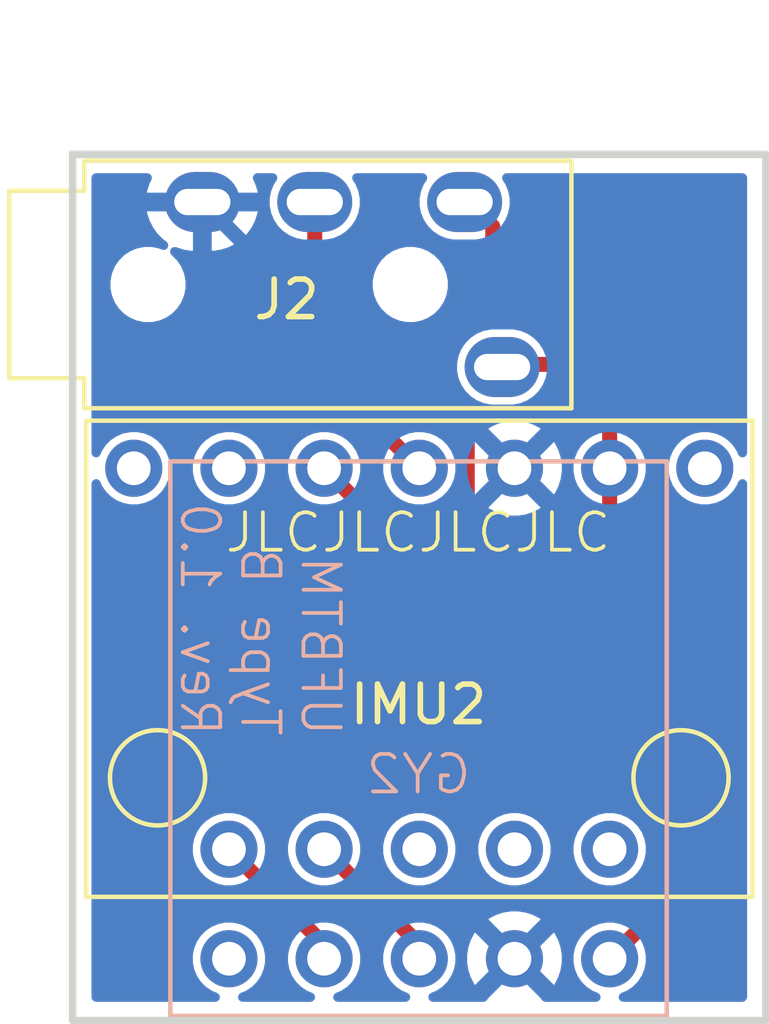
<source format=kicad_pcb>
(kicad_pcb (version 20241229) (generator "pcbnew") (generator_version "9.0")
  (layers (0 "F.Cu" signal) (2 "B.Cu" signal) (13 "F.Paste" user) (15 "B.Paste" user) (5 "F.SilkS" user "F.Silkscreen") (7 "B.SilkS" user "B.Silkscreen") (1 "F.Mask" user) (3 "B.Mask" user) (25 "Edge.Cuts" user))
  (net 0 "")
  (net 1 "SDA_1")
  (net 2 "ESP32_3V3")
  (net 3 "SCL_1")
  (net 4 "GND")
  (net 5 "Net-(GY2-SDA)")
  (net 6 "Net-(GY2-SCL)")
  (footprint "My_Library:PJ-320A" (layer "F.Cu") (at 163.7 111)
    (property "Reference" "J2" (at 7.4 2.6 0) (layer "F.SilkS"))
    (property "Value" "TRRS Connector 3.5")
    (fp_line (start 0 -0.3) (end 2 -0.3) (stroke (width 0.12)) (layer "F.SilkS"))
    (fp_line (start 0 0) (end 0 -0.3) (stroke (width 0.12)) (layer "F.SilkS"))
    (fp_line (start 0 0) (end 0 4.7) (stroke (width 0.12)) (layer "F.SilkS"))
    (fp_line (start 0 4.7) (end 2 4.7) (stroke (width 0.12)) (layer "F.SilkS"))
    (fp_line (start 2 -1.1) (end 15 -1.1) (stroke (width 0.12)) (layer "F.SilkS"))
    (fp_line (start 2 -0.3) (end 2 -1.1) (stroke (width 0.12)) (layer "F.SilkS"))
    (fp_line (start 2 4.7) (end 2 5.5) (stroke (width 0.12)) (layer "F.SilkS"))
    (fp_line (start 2 5.5) (end 15 5.5) (stroke (width 0.12)) (layer "F.SilkS"))
    (fp_line (start 15 -1.1) (end 15 5.5) (stroke (width 0.12)) (layer "F.SilkS"))
    (pad "" np_thru_hole circle (at 3.7 2.2) (size 1.5 1.5) (drill 1.5) (layers "*.Cu"))
    (pad "" np_thru_hole circle (at 10.7 2.2) (size 1.5 1.5) (drill 1.5) (layers "*.Cu"))
    (pad "R1" thru_hole oval (at 12.15 0) (size 2 1.6) (drill oval 1.5 0.7) (layers "*.Cu" "*.Mask") (net 1 "SDA_1"))
    (pad "R2" thru_hole oval (at 8.15 0) (size 2 1.6) (drill oval 1.5 0.7) (layers "*.Cu" "*.Mask") (net 3 "SCL_1"))
    (pad "S" thru_hole oval (at 5.15 0) (size 2 1.6) (drill oval 1.5 0.7) (layers "*.Cu" "*.Mask") (net 4 "GND"))
    (pad "T" thru_hole oval (at 13.15 4.4) (size 2 1.6) (drill oval 1.5 0.7) (layers "*.Cu" "*.Mask") (net 2 "ESP32_3V3"))
  )
  (footprint "My_Library:GY-BMI160" (layer "F.Cu") (at 174.64 123.18 -90)
    (property "Reference" "IMU2" (at 1.22 0.02 0) (layer "F.SilkS"))
    (property "Value" "~")
    (fp_rect (start -6.35 -8.89) (end 6.35 8.89) (stroke (width 0.12)) (fill no) (layer "F.SilkS"))
    (fp_circle (center 3.175 6.985) (end 1.905 6.985) (stroke (width 0.12)) (fill no) (layer "F.SilkS"))
    (fp_circle (center 3.175 -6.985) (end 1.905 -6.985) (stroke (width 0.12)) (fill no) (layer "F.SilkS"))
    (pad "1" thru_hole circle (at -5.08 -7.62 270) (size 1.524 1.524) (drill 0.9) (layers "*.Cu" "*.Mask"))
    (pad "2" thru_hole circle (at -5.08 -5.08 270) (size 1.524 1.524) (drill 0.9) (layers "*.Cu" "*.Mask") (net 2 "ESP32_3V3"))
    (pad "3" thru_hole circle (at -5.08 -2.54 270) (size 1.524 1.524) (drill 0.9) (layers "*.Cu" "*.Mask") (net 4 "GND"))
    (pad "4" thru_hole circle (at -5.08 0 270) (size 1.524 1.524) (drill 0.9) (layers "*.Cu" "*.Mask") (net 3 "SCL_1"))
    (pad "5" thru_hole circle (at -5.08 2.54 270) (size 1.524 1.524) (drill 0.9) (layers "*.Cu" "*.Mask") (net 1 "SDA_1"))
    (pad "6" thru_hole circle (at -5.08 5.08 270) (size 1.524 1.524) (drill 0.9) (layers "*.Cu" "*.Mask"))
    (pad "7" thru_hole circle (at -5.08 7.62 270) (size 1.524 1.524) (drill 0.9) (layers "*.Cu" "*.Mask"))
    (pad "8" thru_hole circle (at 5.08 5.08 270) (size 1.524 1.524) (drill 0.9) (layers "*.Cu" "*.Mask") (net 5 "Net-(GY2-SDA)"))
    (pad "9" thru_hole circle (at 5.08 2.54 270) (size 1.524 1.524) (drill 0.9) (layers "*.Cu" "*.Mask") (net 6 "Net-(GY2-SCL)"))
    (pad "10" thru_hole circle (at 5.08 0 270) (size 1.524 1.524) (drill 0.9) (layers "*.Cu" "*.Mask"))
    (pad "11" thru_hole circle (at 5.08 -2.54 270) (size 1.524 1.524) (drill 0.9) (layers "*.Cu" "*.Mask"))
    (pad "12" thru_hole circle (at 5.08 -5.08 270) (size 1.524 1.524) (drill 0.9) (layers "*.Cu" "*.Mask"))
  )
  (footprint "My_Library:GY-271" (layer "B.Cu") (at 174.64 126.18 90)
    (property "Reference" "GY2" (at -0.08 -0.02 0) (layer "B.SilkS") (effects (font (thickness 0.1)) (justify mirror)))
    (property "Value" "~")
    (fp_rect (start -6.524 6.604) (end 8.264 -6.644) (stroke (width 0.12)) (fill no) (layer "B.SilkS"))
    (pad "1" thru_hole circle (at -5 5.08 90) (size 1.524 1.524) (drill 0.9) (layers "*.Cu" "*.Mask") (net 2 "ESP32_3V3"))
    (pad "2" thru_hole circle (at -5 2.54 90) (size 1.524 1.524) (drill 0.9) (layers "*.Cu" "*.Mask") (net 4 "GND"))
    (pad "3" thru_hole circle (at -5 0 90) (size 1.524 1.524) (drill 0.9) (layers "*.Cu" "*.Mask") (net 6 "Net-(GY2-SCL)"))
    (pad "4" thru_hole circle (at -5 -2.54 90) (size 1.524 1.524) (drill 0.9) (layers "*.Cu" "*.Mask") (net 5 "Net-(GY2-SDA)"))
    (pad "5" thru_hole circle (at -5 -5.08 90) (size 1.524 1.524) (drill 0.9) (layers "*.Cu" "*.Mask"))
  )
  (gr_rect (start 165.39 109.73) (end 183.89 132.83) (stroke (width 0.2)) (fill no) (layer "Edge.Cuts"))
  (gr_text "JLCJLCJLCJLC" (at 169.4 120.4 0) (layer "F.SilkS") (effects (font (size 1 1) (thickness 0.1)) (justify left bottom)))
  (gr_text "UFBTM\nType B\nRev. 1.0" (at 168.2 125.31 270) (layer "B.SilkS") (effects (font (size 1 1) (thickness 0.1)) (justify left bottom mirror)))
  (segment (start 176.6 111.65) (end 176.6 113.5) (width 0.4) (layer "F.Cu") (net 1))
  (segment (start 175.3 115.9) (end 175.92 116.52) (width 0.4) (layer "F.Cu") (net 1))
  (segment (start 175.92 116.52) (end 175.92 119.26) (width 0.4) (layer "F.Cu") (net 1))
  (segment (start 173.76 119.76) (end 172.1 118.1) (width 0.4) (layer "F.Cu") (net 1))
  (segment (start 175.88 110.93) (end 176.6 111.65) (width 0.4) (layer "F.Cu") (net 1))
  (segment (start 175.92 119.26) (end 175.42 119.76) (width 0.4) (layer "F.Cu") (net 1))
  (segment (start 175.42 119.76) (end 173.76 119.76) (width 0.4) (layer "F.Cu") (net 1))
  (segment (start 175.3 114.8) (end 175.3 115.9) (width 0.4) (layer "F.Cu") (net 1))
  (segment (start 176.6 113.5) (end 175.3 114.8) (width 0.4) (layer "F.Cu") (net 1))
  (segment (start 179.72 118.1) (end 179.72 125.96) (width 0.4) (layer "F.Cu") (net 2))
  (segment (start 178.33 115.33) (end 176.88 115.33) (width 0.4) (layer "F.Cu") (net 2))
  (segment (start 179.72 118.1) (end 179.72 116.72) (width 0.4) (layer "F.Cu") (net 2))
  (segment (start 179.72 116.72) (end 178.33 115.33) (width 0.4) (layer "F.Cu") (net 2))
  (segment (start 179.72 125.96) (end 181.22 127.46) (width 0.4) (layer "F.Cu") (net 2))
  (segment (start 181.22 127.46) (end 181.22 129.68) (width 0.4) (layer "F.Cu") (net 2))
  (segment (start 181.22 129.68) (end 179.72 131.18) (width 0.4) (layer "F.Cu") (net 2))
  (segment (start 171.85 115.31) (end 174.64 118.1) (width 0.4) (layer "F.Cu") (net 3))
  (segment (start 171.85 111) (end 171.85 115.31) (width 0.4) (layer "F.Cu") (net 3))
  (segment (start 170.6 112.75) (end 168.85 111) (width 0.4) (layer "B.Cu") (net 4))
  (segment (start 170.6 115) (end 170.6 112.75) (width 0.4) (layer "B.Cu") (net 4))
  (segment (start 177.18 118.1) (end 175.58 116.5) (width 0.4) (layer "B.Cu") (net 4))
  (segment (start 172.1 116.5) (end 170.6 115) (width 0.4) (layer "B.Cu") (net 4))
  (segment (start 175.58 116.5) (end 172.1 116.5) (width 0.4) (layer "B.Cu") (net 4))
  (segment (start 172.1 130.8) (end 169.56 128.26) (width 0.4) (layer "F.Cu") (net 5))
  (segment (start 172.1 131.18) (end 172.1 130.8) (width 0.4) (layer "F.Cu") (net 5))
  (segment (start 174.64 130.8) (end 172.1 128.26) (width 0.4) (layer "F.Cu") (net 6))
  (segment (start 174.64 131.18) (end 174.64 130.8) (width 0.4) (layer "F.Cu") (net 6))
  (zone (net 4) (net_name "GND") (layer "B.Cu") (priority 1) (connect_pads (clearance 0)) (min_thickness 0.25) (fill yes (thermal_gap 0.5) (thermal_bridge_width 0.5))
    (polygon (pts (xy 165.42 109.76) (xy 183.92 109.76) (xy 183.92 132.86) (xy 165.42 132.86)))
  )
)
</source>
